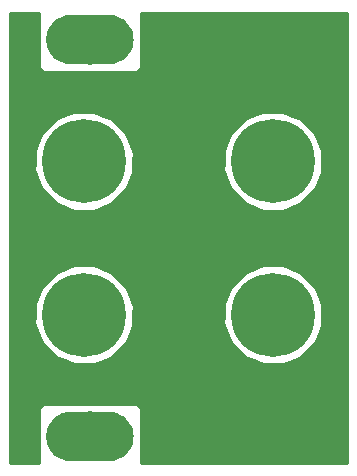
<source format=gbr>
G04 #@! TF.GenerationSoftware,KiCad,Pcbnew,(5.0.0)*
G04 #@! TF.CreationDate,2018-08-28T22:00:46+02:00*
G04 #@! TF.ProjectId,1u_mult_panel,31755F6D756C745F70616E656C2E6B69,rev?*
G04 #@! TF.SameCoordinates,Original*
G04 #@! TF.FileFunction,Copper,L2,Bot,Signal*
G04 #@! TF.FilePolarity,Positive*
%FSLAX46Y46*%
G04 Gerber Fmt 4.6, Leading zero omitted, Abs format (unit mm)*
G04 Created by KiCad (PCBNEW (5.0.0)) date 08/28/18 22:00:46*
%MOMM*%
%LPD*%
G01*
G04 APERTURE LIST*
G04 #@! TA.AperFunction,Conductor*
%ADD10C,0.100000*%
G04 #@! TD*
G04 #@! TA.AperFunction,WasherPad*
%ADD11C,4.200000*%
G04 #@! TD*
G04 #@! TA.AperFunction,WasherPad*
%ADD12C,7.100000*%
G04 #@! TD*
G04 #@! TA.AperFunction,NonConductor*
%ADD13C,0.254000*%
G04 #@! TD*
G04 APERTURE END LIST*
D10*
G04 #@! TO.N,*
G04 #@! TO.C,MH1*
G36*
X9305836Y-910111D02*
X9509690Y-940350D01*
X9709598Y-990424D01*
X9903635Y-1059852D01*
X10089933Y-1147964D01*
X10266697Y-1253913D01*
X10432226Y-1376677D01*
X10584924Y-1515075D01*
X10723322Y-1667773D01*
X10846086Y-1833302D01*
X10952035Y-2010066D01*
X11040147Y-2196364D01*
X11109575Y-2390401D01*
X11159649Y-2590309D01*
X11189888Y-2794163D01*
X11200000Y-2999999D01*
X11200000Y-3000001D01*
X11189888Y-3205837D01*
X11159649Y-3409691D01*
X11109575Y-3609599D01*
X11040147Y-3803636D01*
X10952035Y-3989934D01*
X10846086Y-4166698D01*
X10723322Y-4332227D01*
X10584924Y-4484925D01*
X10432226Y-4623323D01*
X10266697Y-4746087D01*
X10089933Y-4852036D01*
X9903635Y-4940148D01*
X9709598Y-5009576D01*
X9509690Y-5059650D01*
X9305836Y-5089889D01*
X9100000Y-5100001D01*
X5900000Y-5100001D01*
X5694164Y-5089889D01*
X5490310Y-5059650D01*
X5290402Y-5009576D01*
X5096365Y-4940148D01*
X4910067Y-4852036D01*
X4733303Y-4746087D01*
X4567774Y-4623323D01*
X4415076Y-4484925D01*
X4276678Y-4332227D01*
X4153914Y-4166698D01*
X4047965Y-3989934D01*
X3959853Y-3803636D01*
X3890425Y-3609599D01*
X3840351Y-3409691D01*
X3810112Y-3205837D01*
X3800000Y-3000001D01*
X3800000Y-2999999D01*
X3810112Y-2794163D01*
X3840351Y-2590309D01*
X3890425Y-2390401D01*
X3959853Y-2196364D01*
X4047965Y-2010066D01*
X4153914Y-1833302D01*
X4276678Y-1667773D01*
X4415076Y-1515075D01*
X4567774Y-1376677D01*
X4733303Y-1253913D01*
X4910067Y-1147964D01*
X5096365Y-1059852D01*
X5290402Y-990424D01*
X5490310Y-940350D01*
X5694164Y-910111D01*
X5900000Y-899999D01*
X9100000Y-899999D01*
X9305836Y-910111D01*
X9305836Y-910111D01*
G37*
D11*
G04 #@! TD*
G04 #@! TO.P,MH1,*
G04 #@! TO.N,*
X7500000Y-3000000D03*
D10*
G04 #@! TO.N,*
G04 #@! TO.C,MH2*
G36*
X9305836Y-34510111D02*
X9509690Y-34540350D01*
X9709598Y-34590424D01*
X9903635Y-34659852D01*
X10089933Y-34747964D01*
X10266697Y-34853913D01*
X10432226Y-34976677D01*
X10584924Y-35115075D01*
X10723322Y-35267773D01*
X10846086Y-35433302D01*
X10952035Y-35610066D01*
X11040147Y-35796364D01*
X11109575Y-35990401D01*
X11159649Y-36190309D01*
X11189888Y-36394163D01*
X11200000Y-36599999D01*
X11200000Y-36600001D01*
X11189888Y-36805837D01*
X11159649Y-37009691D01*
X11109575Y-37209599D01*
X11040147Y-37403636D01*
X10952035Y-37589934D01*
X10846086Y-37766698D01*
X10723322Y-37932227D01*
X10584924Y-38084925D01*
X10432226Y-38223323D01*
X10266697Y-38346087D01*
X10089933Y-38452036D01*
X9903635Y-38540148D01*
X9709598Y-38609576D01*
X9509690Y-38659650D01*
X9305836Y-38689889D01*
X9100000Y-38700001D01*
X5900000Y-38700001D01*
X5694164Y-38689889D01*
X5490310Y-38659650D01*
X5290402Y-38609576D01*
X5096365Y-38540148D01*
X4910067Y-38452036D01*
X4733303Y-38346087D01*
X4567774Y-38223323D01*
X4415076Y-38084925D01*
X4276678Y-37932227D01*
X4153914Y-37766698D01*
X4047965Y-37589934D01*
X3959853Y-37403636D01*
X3890425Y-37209599D01*
X3840351Y-37009691D01*
X3810112Y-36805837D01*
X3800000Y-36600001D01*
X3800000Y-36599999D01*
X3810112Y-36394163D01*
X3840351Y-36190309D01*
X3890425Y-35990401D01*
X3959853Y-35796364D01*
X4047965Y-35610066D01*
X4153914Y-35433302D01*
X4276678Y-35267773D01*
X4415076Y-35115075D01*
X4567774Y-34976677D01*
X4733303Y-34853913D01*
X4910067Y-34747964D01*
X5096365Y-34659852D01*
X5290402Y-34590424D01*
X5490310Y-34540350D01*
X5694164Y-34510111D01*
X5900000Y-34499999D01*
X9100000Y-34499999D01*
X9305836Y-34510111D01*
X9305836Y-34510111D01*
G37*
D11*
G04 #@! TD*
G04 #@! TO.P,MH2,*
G04 #@! TO.N,*
X7500000Y-36600000D03*
D12*
G04 #@! TO.P,MH3,*
G04 #@! TO.N,*
X7000000Y-13300000D03*
G04 #@! TD*
G04 #@! TO.P,MH4,*
G04 #@! TO.N,*
X7000000Y-26300000D03*
G04 #@! TD*
G04 #@! TO.P,MH5,*
G04 #@! TO.N,*
X23000000Y-13300000D03*
G04 #@! TD*
G04 #@! TO.P,MH6,*
G04 #@! TO.N,*
X23000000Y-26300000D03*
G04 #@! TD*
D13*
G36*
X3165000Y-773690D02*
X3165000Y-2714250D01*
X3202033Y-2751283D01*
X3152560Y-2999999D01*
X3152560Y-3000001D01*
X3202033Y-3248717D01*
X3165000Y-3285750D01*
X3165000Y-5226310D01*
X3261673Y-5459699D01*
X3440302Y-5638327D01*
X3673691Y-5735000D01*
X5837455Y-5735000D01*
X5900000Y-5747441D01*
X9100000Y-5747441D01*
X9162545Y-5735000D01*
X11326309Y-5735000D01*
X11559698Y-5638327D01*
X11738327Y-5459699D01*
X11835000Y-5226310D01*
X11835000Y-3285750D01*
X11797967Y-3248717D01*
X11847440Y-3000001D01*
X11847440Y-2999999D01*
X11797967Y-2751283D01*
X11835000Y-2714250D01*
X11835000Y-773690D01*
X11818974Y-735000D01*
X29265000Y-735000D01*
X29265001Y-38865000D01*
X11818974Y-38865000D01*
X11835000Y-38826310D01*
X11835000Y-36885750D01*
X11797967Y-36848717D01*
X11847440Y-36600001D01*
X11847440Y-36599999D01*
X11797967Y-36351283D01*
X11835000Y-36314250D01*
X11835000Y-34373690D01*
X11738327Y-34140301D01*
X11559698Y-33961673D01*
X11326309Y-33865000D01*
X9162545Y-33865000D01*
X9100000Y-33852559D01*
X5900000Y-33852559D01*
X5837455Y-33865000D01*
X3673691Y-33865000D01*
X3440302Y-33961673D01*
X3261673Y-34140301D01*
X3165000Y-34373690D01*
X3165000Y-36314250D01*
X3202033Y-36351283D01*
X3152560Y-36599999D01*
X3152560Y-36600001D01*
X3202033Y-36848717D01*
X3165000Y-36885750D01*
X3165000Y-38826310D01*
X3181026Y-38865000D01*
X735000Y-38865000D01*
X735000Y-27092645D01*
X2807279Y-27092645D01*
X2815000Y-27111798D01*
X2815000Y-27132448D01*
X3125959Y-27883171D01*
X3429763Y-28636793D01*
X3451750Y-28669698D01*
X3452128Y-28670612D01*
X3452827Y-28671311D01*
X3474814Y-28704217D01*
X3522313Y-28740797D01*
X4559203Y-29777687D01*
X4595783Y-29825186D01*
X4614785Y-29833269D01*
X4629388Y-29847872D01*
X5380103Y-30158828D01*
X6127823Y-30476901D01*
X6148473Y-30477097D01*
X6167552Y-30485000D01*
X6980123Y-30485000D01*
X7792645Y-30492721D01*
X7811798Y-30485000D01*
X7832448Y-30485000D01*
X8583171Y-30174041D01*
X9336793Y-29870237D01*
X9369698Y-29848250D01*
X9370612Y-29847872D01*
X9371311Y-29847173D01*
X9404217Y-29825186D01*
X9440797Y-29777687D01*
X10477687Y-28740797D01*
X10525186Y-28704217D01*
X10533269Y-28685215D01*
X10547872Y-28670612D01*
X10858828Y-27919897D01*
X11176901Y-27172177D01*
X11177097Y-27151527D01*
X11185000Y-27132448D01*
X11185000Y-27092645D01*
X18807279Y-27092645D01*
X18815000Y-27111798D01*
X18815000Y-27132448D01*
X19125959Y-27883171D01*
X19429763Y-28636793D01*
X19451750Y-28669698D01*
X19452128Y-28670612D01*
X19452827Y-28671311D01*
X19474814Y-28704217D01*
X19522313Y-28740797D01*
X20559203Y-29777687D01*
X20595783Y-29825186D01*
X20614785Y-29833269D01*
X20629388Y-29847872D01*
X21380103Y-30158828D01*
X22127823Y-30476901D01*
X22148473Y-30477097D01*
X22167552Y-30485000D01*
X22980123Y-30485000D01*
X23792645Y-30492721D01*
X23811798Y-30485000D01*
X23832448Y-30485000D01*
X24583171Y-30174041D01*
X25336793Y-29870237D01*
X25369698Y-29848250D01*
X25370612Y-29847872D01*
X25371311Y-29847173D01*
X25404217Y-29825186D01*
X25440797Y-29777687D01*
X26477687Y-28740797D01*
X26525186Y-28704217D01*
X26533269Y-28685215D01*
X26547872Y-28670612D01*
X26858828Y-27919897D01*
X27176901Y-27172177D01*
X27177097Y-27151527D01*
X27185000Y-27132448D01*
X27185000Y-26319877D01*
X27192721Y-25507355D01*
X27185000Y-25488202D01*
X27185000Y-25467552D01*
X26874041Y-24716829D01*
X26570237Y-23963207D01*
X26548250Y-23930302D01*
X26547872Y-23929388D01*
X26547173Y-23928689D01*
X26525186Y-23895783D01*
X26477687Y-23859203D01*
X25440797Y-22822313D01*
X25404217Y-22774814D01*
X25385215Y-22766731D01*
X25370612Y-22752128D01*
X24619897Y-22441172D01*
X23872177Y-22123099D01*
X23851527Y-22122903D01*
X23832448Y-22115000D01*
X23019877Y-22115000D01*
X22207355Y-22107279D01*
X22188202Y-22115000D01*
X22167552Y-22115000D01*
X21416829Y-22425959D01*
X20663207Y-22729763D01*
X20630302Y-22751750D01*
X20629388Y-22752128D01*
X20628689Y-22752827D01*
X20595783Y-22774814D01*
X20559203Y-22822313D01*
X19522313Y-23859203D01*
X19474814Y-23895783D01*
X19466731Y-23914785D01*
X19452128Y-23929388D01*
X19141172Y-24680103D01*
X18823099Y-25427823D01*
X18822903Y-25448473D01*
X18815000Y-25467552D01*
X18815000Y-26280123D01*
X18807279Y-27092645D01*
X11185000Y-27092645D01*
X11185000Y-26319877D01*
X11192721Y-25507355D01*
X11185000Y-25488202D01*
X11185000Y-25467552D01*
X10874041Y-24716829D01*
X10570237Y-23963207D01*
X10548250Y-23930302D01*
X10547872Y-23929388D01*
X10547173Y-23928689D01*
X10525186Y-23895783D01*
X10477687Y-23859203D01*
X9440797Y-22822313D01*
X9404217Y-22774814D01*
X9385215Y-22766731D01*
X9370612Y-22752128D01*
X8619897Y-22441172D01*
X7872177Y-22123099D01*
X7851527Y-22122903D01*
X7832448Y-22115000D01*
X7019877Y-22115000D01*
X6207355Y-22107279D01*
X6188202Y-22115000D01*
X6167552Y-22115000D01*
X5416829Y-22425959D01*
X4663207Y-22729763D01*
X4630302Y-22751750D01*
X4629388Y-22752128D01*
X4628689Y-22752827D01*
X4595783Y-22774814D01*
X4559203Y-22822313D01*
X3522313Y-23859203D01*
X3474814Y-23895783D01*
X3466731Y-23914785D01*
X3452128Y-23929388D01*
X3141172Y-24680103D01*
X2823099Y-25427823D01*
X2822903Y-25448473D01*
X2815000Y-25467552D01*
X2815000Y-26280123D01*
X2807279Y-27092645D01*
X735000Y-27092645D01*
X735000Y-14092645D01*
X2807279Y-14092645D01*
X2815000Y-14111798D01*
X2815000Y-14132448D01*
X3125959Y-14883171D01*
X3429763Y-15636793D01*
X3451750Y-15669698D01*
X3452128Y-15670612D01*
X3452827Y-15671311D01*
X3474814Y-15704217D01*
X3522313Y-15740797D01*
X4559203Y-16777687D01*
X4595783Y-16825186D01*
X4614785Y-16833269D01*
X4629388Y-16847872D01*
X5380103Y-17158828D01*
X6127823Y-17476901D01*
X6148473Y-17477097D01*
X6167552Y-17485000D01*
X6980123Y-17485000D01*
X7792645Y-17492721D01*
X7811798Y-17485000D01*
X7832448Y-17485000D01*
X8583171Y-17174041D01*
X9336793Y-16870237D01*
X9369698Y-16848250D01*
X9370612Y-16847872D01*
X9371311Y-16847173D01*
X9404217Y-16825186D01*
X9440797Y-16777687D01*
X10477687Y-15740797D01*
X10525186Y-15704217D01*
X10533269Y-15685215D01*
X10547872Y-15670612D01*
X10858828Y-14919897D01*
X11176901Y-14172177D01*
X11177097Y-14151527D01*
X11185000Y-14132448D01*
X11185000Y-14092645D01*
X18807279Y-14092645D01*
X18815000Y-14111798D01*
X18815000Y-14132448D01*
X19125959Y-14883171D01*
X19429763Y-15636793D01*
X19451750Y-15669698D01*
X19452128Y-15670612D01*
X19452827Y-15671311D01*
X19474814Y-15704217D01*
X19522313Y-15740797D01*
X20559203Y-16777687D01*
X20595783Y-16825186D01*
X20614785Y-16833269D01*
X20629388Y-16847872D01*
X21380103Y-17158828D01*
X22127823Y-17476901D01*
X22148473Y-17477097D01*
X22167552Y-17485000D01*
X22980123Y-17485000D01*
X23792645Y-17492721D01*
X23811798Y-17485000D01*
X23832448Y-17485000D01*
X24583171Y-17174041D01*
X25336793Y-16870237D01*
X25369698Y-16848250D01*
X25370612Y-16847872D01*
X25371311Y-16847173D01*
X25404217Y-16825186D01*
X25440797Y-16777687D01*
X26477687Y-15740797D01*
X26525186Y-15704217D01*
X26533269Y-15685215D01*
X26547872Y-15670612D01*
X26858828Y-14919897D01*
X27176901Y-14172177D01*
X27177097Y-14151527D01*
X27185000Y-14132448D01*
X27185000Y-13319877D01*
X27192721Y-12507355D01*
X27185000Y-12488202D01*
X27185000Y-12467552D01*
X26874041Y-11716829D01*
X26570237Y-10963207D01*
X26548250Y-10930302D01*
X26547872Y-10929388D01*
X26547173Y-10928689D01*
X26525186Y-10895783D01*
X26477687Y-10859203D01*
X25440797Y-9822313D01*
X25404217Y-9774814D01*
X25385215Y-9766731D01*
X25370612Y-9752128D01*
X24619897Y-9441172D01*
X23872177Y-9123099D01*
X23851527Y-9122903D01*
X23832448Y-9115000D01*
X23019877Y-9115000D01*
X22207355Y-9107279D01*
X22188202Y-9115000D01*
X22167552Y-9115000D01*
X21416829Y-9425959D01*
X20663207Y-9729763D01*
X20630302Y-9751750D01*
X20629388Y-9752128D01*
X20628689Y-9752827D01*
X20595783Y-9774814D01*
X20559203Y-9822313D01*
X19522313Y-10859203D01*
X19474814Y-10895783D01*
X19466731Y-10914785D01*
X19452128Y-10929388D01*
X19141172Y-11680103D01*
X18823099Y-12427823D01*
X18822903Y-12448473D01*
X18815000Y-12467552D01*
X18815000Y-13280123D01*
X18807279Y-14092645D01*
X11185000Y-14092645D01*
X11185000Y-13319877D01*
X11192721Y-12507355D01*
X11185000Y-12488202D01*
X11185000Y-12467552D01*
X10874041Y-11716829D01*
X10570237Y-10963207D01*
X10548250Y-10930302D01*
X10547872Y-10929388D01*
X10547173Y-10928689D01*
X10525186Y-10895783D01*
X10477687Y-10859203D01*
X9440797Y-9822313D01*
X9404217Y-9774814D01*
X9385215Y-9766731D01*
X9370612Y-9752128D01*
X8619897Y-9441172D01*
X7872177Y-9123099D01*
X7851527Y-9122903D01*
X7832448Y-9115000D01*
X7019877Y-9115000D01*
X6207355Y-9107279D01*
X6188202Y-9115000D01*
X6167552Y-9115000D01*
X5416829Y-9425959D01*
X4663207Y-9729763D01*
X4630302Y-9751750D01*
X4629388Y-9752128D01*
X4628689Y-9752827D01*
X4595783Y-9774814D01*
X4559203Y-9822313D01*
X3522313Y-10859203D01*
X3474814Y-10895783D01*
X3466731Y-10914785D01*
X3452128Y-10929388D01*
X3141172Y-11680103D01*
X2823099Y-12427823D01*
X2822903Y-12448473D01*
X2815000Y-12467552D01*
X2815000Y-13280123D01*
X2807279Y-14092645D01*
X735000Y-14092645D01*
X735000Y-735000D01*
X3181026Y-735000D01*
X3165000Y-773690D01*
X3165000Y-773690D01*
G37*
X3165000Y-773690D02*
X3165000Y-2714250D01*
X3202033Y-2751283D01*
X3152560Y-2999999D01*
X3152560Y-3000001D01*
X3202033Y-3248717D01*
X3165000Y-3285750D01*
X3165000Y-5226310D01*
X3261673Y-5459699D01*
X3440302Y-5638327D01*
X3673691Y-5735000D01*
X5837455Y-5735000D01*
X5900000Y-5747441D01*
X9100000Y-5747441D01*
X9162545Y-5735000D01*
X11326309Y-5735000D01*
X11559698Y-5638327D01*
X11738327Y-5459699D01*
X11835000Y-5226310D01*
X11835000Y-3285750D01*
X11797967Y-3248717D01*
X11847440Y-3000001D01*
X11847440Y-2999999D01*
X11797967Y-2751283D01*
X11835000Y-2714250D01*
X11835000Y-773690D01*
X11818974Y-735000D01*
X29265000Y-735000D01*
X29265001Y-38865000D01*
X11818974Y-38865000D01*
X11835000Y-38826310D01*
X11835000Y-36885750D01*
X11797967Y-36848717D01*
X11847440Y-36600001D01*
X11847440Y-36599999D01*
X11797967Y-36351283D01*
X11835000Y-36314250D01*
X11835000Y-34373690D01*
X11738327Y-34140301D01*
X11559698Y-33961673D01*
X11326309Y-33865000D01*
X9162545Y-33865000D01*
X9100000Y-33852559D01*
X5900000Y-33852559D01*
X5837455Y-33865000D01*
X3673691Y-33865000D01*
X3440302Y-33961673D01*
X3261673Y-34140301D01*
X3165000Y-34373690D01*
X3165000Y-36314250D01*
X3202033Y-36351283D01*
X3152560Y-36599999D01*
X3152560Y-36600001D01*
X3202033Y-36848717D01*
X3165000Y-36885750D01*
X3165000Y-38826310D01*
X3181026Y-38865000D01*
X735000Y-38865000D01*
X735000Y-27092645D01*
X2807279Y-27092645D01*
X2815000Y-27111798D01*
X2815000Y-27132448D01*
X3125959Y-27883171D01*
X3429763Y-28636793D01*
X3451750Y-28669698D01*
X3452128Y-28670612D01*
X3452827Y-28671311D01*
X3474814Y-28704217D01*
X3522313Y-28740797D01*
X4559203Y-29777687D01*
X4595783Y-29825186D01*
X4614785Y-29833269D01*
X4629388Y-29847872D01*
X5380103Y-30158828D01*
X6127823Y-30476901D01*
X6148473Y-30477097D01*
X6167552Y-30485000D01*
X6980123Y-30485000D01*
X7792645Y-30492721D01*
X7811798Y-30485000D01*
X7832448Y-30485000D01*
X8583171Y-30174041D01*
X9336793Y-29870237D01*
X9369698Y-29848250D01*
X9370612Y-29847872D01*
X9371311Y-29847173D01*
X9404217Y-29825186D01*
X9440797Y-29777687D01*
X10477687Y-28740797D01*
X10525186Y-28704217D01*
X10533269Y-28685215D01*
X10547872Y-28670612D01*
X10858828Y-27919897D01*
X11176901Y-27172177D01*
X11177097Y-27151527D01*
X11185000Y-27132448D01*
X11185000Y-27092645D01*
X18807279Y-27092645D01*
X18815000Y-27111798D01*
X18815000Y-27132448D01*
X19125959Y-27883171D01*
X19429763Y-28636793D01*
X19451750Y-28669698D01*
X19452128Y-28670612D01*
X19452827Y-28671311D01*
X19474814Y-28704217D01*
X19522313Y-28740797D01*
X20559203Y-29777687D01*
X20595783Y-29825186D01*
X20614785Y-29833269D01*
X20629388Y-29847872D01*
X21380103Y-30158828D01*
X22127823Y-30476901D01*
X22148473Y-30477097D01*
X22167552Y-30485000D01*
X22980123Y-30485000D01*
X23792645Y-30492721D01*
X23811798Y-30485000D01*
X23832448Y-30485000D01*
X24583171Y-30174041D01*
X25336793Y-29870237D01*
X25369698Y-29848250D01*
X25370612Y-29847872D01*
X25371311Y-29847173D01*
X25404217Y-29825186D01*
X25440797Y-29777687D01*
X26477687Y-28740797D01*
X26525186Y-28704217D01*
X26533269Y-28685215D01*
X26547872Y-28670612D01*
X26858828Y-27919897D01*
X27176901Y-27172177D01*
X27177097Y-27151527D01*
X27185000Y-27132448D01*
X27185000Y-26319877D01*
X27192721Y-25507355D01*
X27185000Y-25488202D01*
X27185000Y-25467552D01*
X26874041Y-24716829D01*
X26570237Y-23963207D01*
X26548250Y-23930302D01*
X26547872Y-23929388D01*
X26547173Y-23928689D01*
X26525186Y-23895783D01*
X26477687Y-23859203D01*
X25440797Y-22822313D01*
X25404217Y-22774814D01*
X25385215Y-22766731D01*
X25370612Y-22752128D01*
X24619897Y-22441172D01*
X23872177Y-22123099D01*
X23851527Y-22122903D01*
X23832448Y-22115000D01*
X23019877Y-22115000D01*
X22207355Y-22107279D01*
X22188202Y-22115000D01*
X22167552Y-22115000D01*
X21416829Y-22425959D01*
X20663207Y-22729763D01*
X20630302Y-22751750D01*
X20629388Y-22752128D01*
X20628689Y-22752827D01*
X20595783Y-22774814D01*
X20559203Y-22822313D01*
X19522313Y-23859203D01*
X19474814Y-23895783D01*
X19466731Y-23914785D01*
X19452128Y-23929388D01*
X19141172Y-24680103D01*
X18823099Y-25427823D01*
X18822903Y-25448473D01*
X18815000Y-25467552D01*
X18815000Y-26280123D01*
X18807279Y-27092645D01*
X11185000Y-27092645D01*
X11185000Y-26319877D01*
X11192721Y-25507355D01*
X11185000Y-25488202D01*
X11185000Y-25467552D01*
X10874041Y-24716829D01*
X10570237Y-23963207D01*
X10548250Y-23930302D01*
X10547872Y-23929388D01*
X10547173Y-23928689D01*
X10525186Y-23895783D01*
X10477687Y-23859203D01*
X9440797Y-22822313D01*
X9404217Y-22774814D01*
X9385215Y-22766731D01*
X9370612Y-22752128D01*
X8619897Y-22441172D01*
X7872177Y-22123099D01*
X7851527Y-22122903D01*
X7832448Y-22115000D01*
X7019877Y-22115000D01*
X6207355Y-22107279D01*
X6188202Y-22115000D01*
X6167552Y-22115000D01*
X5416829Y-22425959D01*
X4663207Y-22729763D01*
X4630302Y-22751750D01*
X4629388Y-22752128D01*
X4628689Y-22752827D01*
X4595783Y-22774814D01*
X4559203Y-22822313D01*
X3522313Y-23859203D01*
X3474814Y-23895783D01*
X3466731Y-23914785D01*
X3452128Y-23929388D01*
X3141172Y-24680103D01*
X2823099Y-25427823D01*
X2822903Y-25448473D01*
X2815000Y-25467552D01*
X2815000Y-26280123D01*
X2807279Y-27092645D01*
X735000Y-27092645D01*
X735000Y-14092645D01*
X2807279Y-14092645D01*
X2815000Y-14111798D01*
X2815000Y-14132448D01*
X3125959Y-14883171D01*
X3429763Y-15636793D01*
X3451750Y-15669698D01*
X3452128Y-15670612D01*
X3452827Y-15671311D01*
X3474814Y-15704217D01*
X3522313Y-15740797D01*
X4559203Y-16777687D01*
X4595783Y-16825186D01*
X4614785Y-16833269D01*
X4629388Y-16847872D01*
X5380103Y-17158828D01*
X6127823Y-17476901D01*
X6148473Y-17477097D01*
X6167552Y-17485000D01*
X6980123Y-17485000D01*
X7792645Y-17492721D01*
X7811798Y-17485000D01*
X7832448Y-17485000D01*
X8583171Y-17174041D01*
X9336793Y-16870237D01*
X9369698Y-16848250D01*
X9370612Y-16847872D01*
X9371311Y-16847173D01*
X9404217Y-16825186D01*
X9440797Y-16777687D01*
X10477687Y-15740797D01*
X10525186Y-15704217D01*
X10533269Y-15685215D01*
X10547872Y-15670612D01*
X10858828Y-14919897D01*
X11176901Y-14172177D01*
X11177097Y-14151527D01*
X11185000Y-14132448D01*
X11185000Y-14092645D01*
X18807279Y-14092645D01*
X18815000Y-14111798D01*
X18815000Y-14132448D01*
X19125959Y-14883171D01*
X19429763Y-15636793D01*
X19451750Y-15669698D01*
X19452128Y-15670612D01*
X19452827Y-15671311D01*
X19474814Y-15704217D01*
X19522313Y-15740797D01*
X20559203Y-16777687D01*
X20595783Y-16825186D01*
X20614785Y-16833269D01*
X20629388Y-16847872D01*
X21380103Y-17158828D01*
X22127823Y-17476901D01*
X22148473Y-17477097D01*
X22167552Y-17485000D01*
X22980123Y-17485000D01*
X23792645Y-17492721D01*
X23811798Y-17485000D01*
X23832448Y-17485000D01*
X24583171Y-17174041D01*
X25336793Y-16870237D01*
X25369698Y-16848250D01*
X25370612Y-16847872D01*
X25371311Y-16847173D01*
X25404217Y-16825186D01*
X25440797Y-16777687D01*
X26477687Y-15740797D01*
X26525186Y-15704217D01*
X26533269Y-15685215D01*
X26547872Y-15670612D01*
X26858828Y-14919897D01*
X27176901Y-14172177D01*
X27177097Y-14151527D01*
X27185000Y-14132448D01*
X27185000Y-13319877D01*
X27192721Y-12507355D01*
X27185000Y-12488202D01*
X27185000Y-12467552D01*
X26874041Y-11716829D01*
X26570237Y-10963207D01*
X26548250Y-10930302D01*
X26547872Y-10929388D01*
X26547173Y-10928689D01*
X26525186Y-10895783D01*
X26477687Y-10859203D01*
X25440797Y-9822313D01*
X25404217Y-9774814D01*
X25385215Y-9766731D01*
X25370612Y-9752128D01*
X24619897Y-9441172D01*
X23872177Y-9123099D01*
X23851527Y-9122903D01*
X23832448Y-9115000D01*
X23019877Y-9115000D01*
X22207355Y-9107279D01*
X22188202Y-9115000D01*
X22167552Y-9115000D01*
X21416829Y-9425959D01*
X20663207Y-9729763D01*
X20630302Y-9751750D01*
X20629388Y-9752128D01*
X20628689Y-9752827D01*
X20595783Y-9774814D01*
X20559203Y-9822313D01*
X19522313Y-10859203D01*
X19474814Y-10895783D01*
X19466731Y-10914785D01*
X19452128Y-10929388D01*
X19141172Y-11680103D01*
X18823099Y-12427823D01*
X18822903Y-12448473D01*
X18815000Y-12467552D01*
X18815000Y-13280123D01*
X18807279Y-14092645D01*
X11185000Y-14092645D01*
X11185000Y-13319877D01*
X11192721Y-12507355D01*
X11185000Y-12488202D01*
X11185000Y-12467552D01*
X10874041Y-11716829D01*
X10570237Y-10963207D01*
X10548250Y-10930302D01*
X10547872Y-10929388D01*
X10547173Y-10928689D01*
X10525186Y-10895783D01*
X10477687Y-10859203D01*
X9440797Y-9822313D01*
X9404217Y-9774814D01*
X9385215Y-9766731D01*
X9370612Y-9752128D01*
X8619897Y-9441172D01*
X7872177Y-9123099D01*
X7851527Y-9122903D01*
X7832448Y-9115000D01*
X7019877Y-9115000D01*
X6207355Y-9107279D01*
X6188202Y-9115000D01*
X6167552Y-9115000D01*
X5416829Y-9425959D01*
X4663207Y-9729763D01*
X4630302Y-9751750D01*
X4629388Y-9752128D01*
X4628689Y-9752827D01*
X4595783Y-9774814D01*
X4559203Y-9822313D01*
X3522313Y-10859203D01*
X3474814Y-10895783D01*
X3466731Y-10914785D01*
X3452128Y-10929388D01*
X3141172Y-11680103D01*
X2823099Y-12427823D01*
X2822903Y-12448473D01*
X2815000Y-12467552D01*
X2815000Y-13280123D01*
X2807279Y-14092645D01*
X735000Y-14092645D01*
X735000Y-735000D01*
X3181026Y-735000D01*
X3165000Y-773690D01*
M02*

</source>
